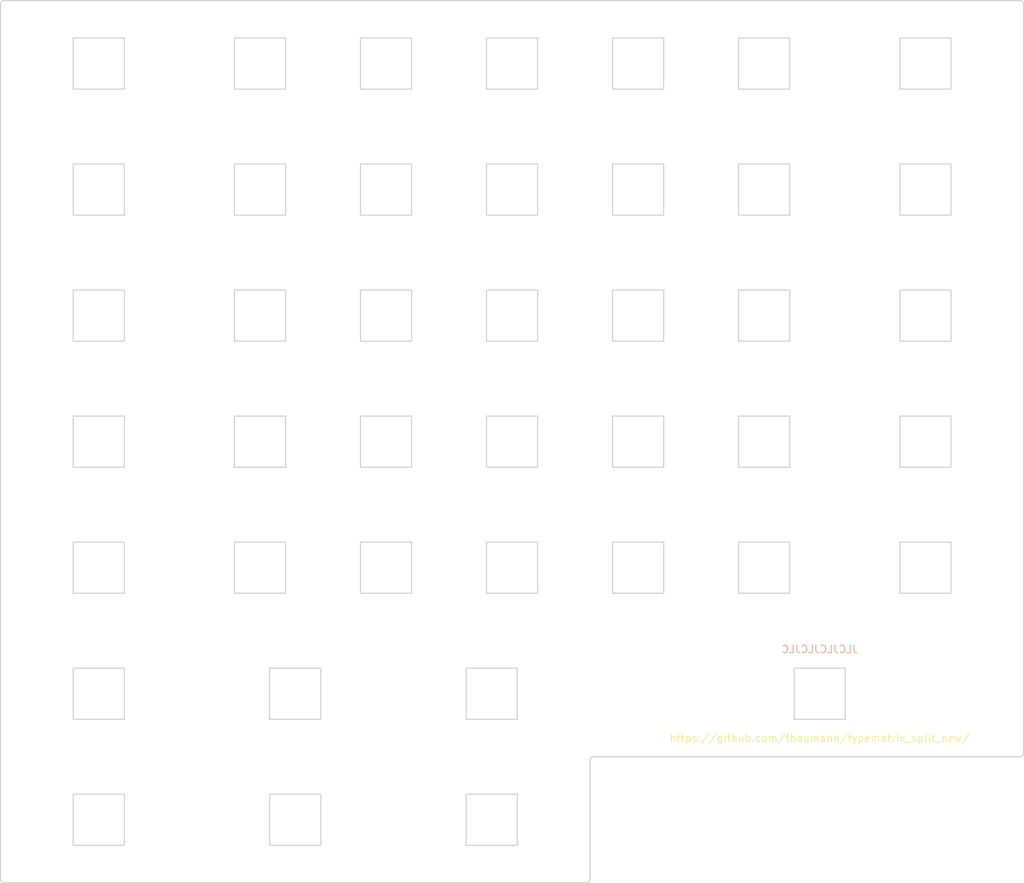
<source format=kicad_pcb>


(kicad_pcb
  (version 20240108)
  (generator "ergogen")
  (generator_version "4.1.0")
  (general
    (thickness 1.6)
    (legacy_teardrops no)
  )
  (paper "A3")
  (title_block
    (title "plate_left")
    (date "2024-10-01")
    (rev "v0.2")
    (company "Tilman Baumann")
  )

  (layers
    (0 "F.Cu" signal)
    (31 "B.Cu" signal)
    (32 "B.Adhes" user "B.Adhesive")
    (33 "F.Adhes" user "F.Adhesive")
    (34 "B.Paste" user)
    (35 "F.Paste" user)
    (36 "B.SilkS" user "B.Silkscreen")
    (37 "F.SilkS" user "F.Silkscreen")
    (38 "B.Mask" user)
    (39 "F.Mask" user)
    (40 "Dwgs.User" user "User.Drawings")
    (41 "Cmts.User" user "User.Comments")
    (42 "Eco1.User" user "User.Eco1")
    (43 "Eco2.User" user "User.Eco2")
    (44 "Edge.Cuts" user)
    (45 "Margin" user)
    (46 "B.CrtYd" user "B.Courtyard")
    (47 "F.CrtYd" user "F.Courtyard")
    (48 "B.Fab" user)
    (49 "F.Fab" user)
  )

  (setup
    (pad_to_mask_clearance 0.05)
    (allow_soldermask_bridges_in_footprints no)
    (pcbplotparams
      (layerselection 0x00010fc_ffffffff)
      (plot_on_all_layers_selection 0x0000000_00000000)
      (disableapertmacros no)
      (usegerberextensions no)
      (usegerberattributes yes)
      (usegerberadvancedattributes yes)
      (creategerberjobfile yes)
      (dashed_line_dash_ratio 12.000000)
      (dashed_line_gap_ratio 3.000000)
      (svgprecision 4)
      (plotframeref no)
      (viasonmask no)
      (mode 1)
      (useauxorigin no)
      (hpglpennumber 1)
      (hpglpenspeed 20)
      (hpglpendiameter 15.000000)
      (pdf_front_fp_property_popups yes)
      (pdf_back_fp_property_popups yes)
      (dxfpolygonmode yes)
      (dxfimperialunits yes)
      (dxfusepcbnewfont yes)
      (psnegative no)
      (psa4output no)
      (plotreference yes)
      (plotvalue yes)
      (plotfptext yes)
      (plotinvisibletext no)
      (sketchpadsonfab no)
      (subtractmaskfromsilk no)
      (outputformat 1)
      (mirror no)
      (drillshape 1)
      (scaleselection 1)
      (outputdirectory "")
    )
  )

  (net 0 "")

  
  (gr_text "https://github.com/tbaumann/typematrix_split_new/"
    (at 132.25 123 0)
    (layer "F.SilkS" )
    (effects
      (font 
        (size 1 1)
        (thickness 0.15)
        
        
      )
      
    )
  )
      

  (gr_text "JLCJLCJLCJLC"
    (at 132.25 111 0)
    (layer "B.SilkS" )
    (effects
      (font 
        (size 1 1)
        (thickness 0.15)
        
        
      )
      (justify  mirror)
    )
  )
      
  (gr_line (start 21.75 142) (end 21.75 24) (layer Edge.Cuts) (stroke (width 0.15) (type default)))
(gr_line (start 22.25 23.5) (end 159.25 23.5) (layer Edge.Cuts) (stroke (width 0.15) (type default)))
(gr_line (start 159.75 24) (end 159.75 125) (layer Edge.Cuts) (stroke (width 0.15) (type default)))
(gr_line (start 159.25 125.5) (end 101.75 125.5) (layer Edge.Cuts) (stroke (width 0.15) (type default)))
(gr_line (start 101.25 126) (end 101.25 142) (layer Edge.Cuts) (stroke (width 0.15) (type default)))
(gr_line (start 100.75 142.5) (end 22.25 142.5) (layer Edge.Cuts) (stroke (width 0.15) (type default)))
(gr_arc (start 22.25 23.5) (mid 21.8964466 23.6464466) (end 21.75 24) (layer Edge.Cuts) (stroke (width 0.15) (type default)))
(gr_arc (start 159.75 24) (mid 159.6035534 23.6464466) (end 159.25 23.5) (layer Edge.Cuts) (stroke (width 0.15) (type default)))
(gr_arc (start 159.25 125.5) (mid 159.6035534 125.3535534) (end 159.75 125) (layer Edge.Cuts) (stroke (width 0.15) (type default)))
(gr_arc (start 101.75 125.5) (mid 101.3964466 125.6464466) (end 101.25 126) (layer Edge.Cuts) (stroke (width 0.15) (type default)))
(gr_arc (start 100.75 142.5) (mid 101.1035534 142.3535534) (end 101.25 142) (layer Edge.Cuts) (stroke (width 0.15) (type default)))
(gr_arc (start 21.75 142) (mid 21.8964466 142.3535534) (end 22.25 142.5) (layer Edge.Cuts) (stroke (width 0.15) (type default)))
(gr_line (start 31.55 103.45) (end 38.45 103.45) (layer Edge.Cuts) (stroke (width 0.15) (type default)))
(gr_line (start 38.45 103.45) (end 38.45 96.55) (layer Edge.Cuts) (stroke (width 0.15) (type default)))
(gr_line (start 38.45 96.55) (end 31.55 96.55) (layer Edge.Cuts) (stroke (width 0.15) (type default)))
(gr_line (start 31.55 96.55) (end 31.55 103.45) (layer Edge.Cuts) (stroke (width 0.15) (type default)))
(gr_line (start 31.55 86.45) (end 38.45 86.45) (layer Edge.Cuts) (stroke (width 0.15) (type default)))
(gr_line (start 38.45 86.45) (end 38.45 79.55) (layer Edge.Cuts) (stroke (width 0.15) (type default)))
(gr_line (start 38.45 79.55) (end 31.55 79.55) (layer Edge.Cuts) (stroke (width 0.15) (type default)))
(gr_line (start 31.55 79.55) (end 31.55 86.45) (layer Edge.Cuts) (stroke (width 0.15) (type default)))
(gr_line (start 31.55 69.45) (end 38.45 69.45) (layer Edge.Cuts) (stroke (width 0.15) (type default)))
(gr_line (start 38.45 69.45) (end 38.45 62.550000000000004) (layer Edge.Cuts) (stroke (width 0.15) (type default)))
(gr_line (start 38.45 62.550000000000004) (end 31.55 62.550000000000004) (layer Edge.Cuts) (stroke (width 0.15) (type default)))
(gr_line (start 31.55 62.550000000000004) (end 31.55 69.45) (layer Edge.Cuts) (stroke (width 0.15) (type default)))
(gr_line (start 31.55 52.45) (end 38.45 52.45) (layer Edge.Cuts) (stroke (width 0.15) (type default)))
(gr_line (start 38.45 52.45) (end 38.45 45.550000000000004) (layer Edge.Cuts) (stroke (width 0.15) (type default)))
(gr_line (start 38.45 45.550000000000004) (end 31.55 45.550000000000004) (layer Edge.Cuts) (stroke (width 0.15) (type default)))
(gr_line (start 31.55 45.550000000000004) (end 31.55 52.45) (layer Edge.Cuts) (stroke (width 0.15) (type default)))
(gr_line (start 31.55 35.45) (end 38.45 35.45) (layer Edge.Cuts) (stroke (width 0.15) (type default)))
(gr_line (start 38.45 35.45) (end 38.45 28.550000000000004) (layer Edge.Cuts) (stroke (width 0.15) (type default)))
(gr_line (start 38.45 28.550000000000004) (end 31.55 28.550000000000004) (layer Edge.Cuts) (stroke (width 0.15) (type default)))
(gr_line (start 31.55 28.550000000000004) (end 31.55 35.45) (layer Edge.Cuts) (stroke (width 0.15) (type default)))
(gr_line (start 53.3 103.45) (end 60.199999999999996 103.45) (layer Edge.Cuts) (stroke (width 0.15) (type default)))
(gr_line (start 60.199999999999996 103.45) (end 60.199999999999996 96.55) (layer Edge.Cuts) (stroke (width 0.15) (type default)))
(gr_line (start 60.199999999999996 96.55) (end 53.3 96.55) (layer Edge.Cuts) (stroke (width 0.15) (type default)))
(gr_line (start 53.3 96.55) (end 53.3 103.45) (layer Edge.Cuts) (stroke (width 0.15) (type default)))
(gr_line (start 53.3 86.45) (end 60.199999999999996 86.45) (layer Edge.Cuts) (stroke (width 0.15) (type default)))
(gr_line (start 60.199999999999996 86.45) (end 60.199999999999996 79.55) (layer Edge.Cuts) (stroke (width 0.15) (type default)))
(gr_line (start 60.199999999999996 79.55) (end 53.3 79.55) (layer Edge.Cuts) (stroke (width 0.15) (type default)))
(gr_line (start 53.3 79.55) (end 53.3 86.45) (layer Edge.Cuts) (stroke (width 0.15) (type default)))
(gr_line (start 53.3 69.45) (end 60.199999999999996 69.45) (layer Edge.Cuts) (stroke (width 0.15) (type default)))
(gr_line (start 60.199999999999996 69.45) (end 60.199999999999996 62.550000000000004) (layer Edge.Cuts) (stroke (width 0.15) (type default)))
(gr_line (start 60.199999999999996 62.550000000000004) (end 53.3 62.550000000000004) (layer Edge.Cuts) (stroke (width 0.15) (type default)))
(gr_line (start 53.3 62.550000000000004) (end 53.3 69.45) (layer Edge.Cuts) (stroke (width 0.15) (type default)))
(gr_line (start 53.3 52.45) (end 60.199999999999996 52.45) (layer Edge.Cuts) (stroke (width 0.15) (type default)))
(gr_line (start 60.199999999999996 52.45) (end 60.199999999999996 45.550000000000004) (layer Edge.Cuts) (stroke (width 0.15) (type default)))
(gr_line (start 60.199999999999996 45.550000000000004) (end 53.3 45.550000000000004) (layer Edge.Cuts) (stroke (width 0.15) (type default)))
(gr_line (start 53.3 45.550000000000004) (end 53.3 52.45) (layer Edge.Cuts) (stroke (width 0.15) (type default)))
(gr_line (start 53.3 35.45) (end 60.199999999999996 35.45) (layer Edge.Cuts) (stroke (width 0.15) (type default)))
(gr_line (start 60.199999999999996 35.45) (end 60.199999999999996 28.550000000000004) (layer Edge.Cuts) (stroke (width 0.15) (type default)))
(gr_line (start 60.199999999999996 28.550000000000004) (end 53.3 28.550000000000004) (layer Edge.Cuts) (stroke (width 0.15) (type default)))
(gr_line (start 53.3 28.550000000000004) (end 53.3 35.45) (layer Edge.Cuts) (stroke (width 0.15) (type default)))
(gr_line (start 70.3 103.45) (end 77.2 103.45) (layer Edge.Cuts) (stroke (width 0.15) (type default)))
(gr_line (start 77.2 103.45) (end 77.2 96.55) (layer Edge.Cuts) (stroke (width 0.15) (type default)))
(gr_line (start 77.2 96.55) (end 70.3 96.55) (layer Edge.Cuts) (stroke (width 0.15) (type default)))
(gr_line (start 70.3 96.55) (end 70.3 103.45) (layer Edge.Cuts) (stroke (width 0.15) (type default)))
(gr_line (start 70.3 86.45) (end 77.2 86.45) (layer Edge.Cuts) (stroke (width 0.15) (type default)))
(gr_line (start 77.2 86.45) (end 77.2 79.55) (layer Edge.Cuts) (stroke (width 0.15) (type default)))
(gr_line (start 77.2 79.55) (end 70.3 79.55) (layer Edge.Cuts) (stroke (width 0.15) (type default)))
(gr_line (start 70.3 79.55) (end 70.3 86.45) (layer Edge.Cuts) (stroke (width 0.15) (type default)))
(gr_line (start 70.3 69.45) (end 77.2 69.45) (layer Edge.Cuts) (stroke (width 0.15) (type default)))
(gr_line (start 77.2 69.45) (end 77.2 62.550000000000004) (layer Edge.Cuts) (stroke (width 0.15) (type default)))
(gr_line (start 77.2 62.550000000000004) (end 70.3 62.550000000000004) (layer Edge.Cuts) (stroke (width 0.15) (type default)))
(gr_line (start 70.3 62.550000000000004) (end 70.3 69.45) (layer Edge.Cuts) (stroke (width 0.15) (type default)))
(gr_line (start 70.3 52.45) (end 77.2 52.45) (layer Edge.Cuts) (stroke (width 0.15) (type default)))
(gr_line (start 77.2 52.45) (end 77.2 45.550000000000004) (layer Edge.Cuts) (stroke (width 0.15) (type default)))
(gr_line (start 77.2 45.550000000000004) (end 70.3 45.550000000000004) (layer Edge.Cuts) (stroke (width 0.15) (type default)))
(gr_line (start 70.3 45.550000000000004) (end 70.3 52.45) (layer Edge.Cuts) (stroke (width 0.15) (type default)))
(gr_line (start 70.3 35.45) (end 77.2 35.45) (layer Edge.Cuts) (stroke (width 0.15) (type default)))
(gr_line (start 77.2 35.45) (end 77.2 28.550000000000004) (layer Edge.Cuts) (stroke (width 0.15) (type default)))
(gr_line (start 77.2 28.550000000000004) (end 70.3 28.550000000000004) (layer Edge.Cuts) (stroke (width 0.15) (type default)))
(gr_line (start 70.3 28.550000000000004) (end 70.3 35.45) (layer Edge.Cuts) (stroke (width 0.15) (type default)))
(gr_line (start 87.3 103.45) (end 94.2 103.45) (layer Edge.Cuts) (stroke (width 0.15) (type default)))
(gr_line (start 94.2 103.45) (end 94.2 96.55) (layer Edge.Cuts) (stroke (width 0.15) (type default)))
(gr_line (start 94.2 96.55) (end 87.3 96.55) (layer Edge.Cuts) (stroke (width 0.15) (type default)))
(gr_line (start 87.3 96.55) (end 87.3 103.45) (layer Edge.Cuts) (stroke (width 0.15) (type default)))
(gr_line (start 87.3 86.45) (end 94.2 86.45) (layer Edge.Cuts) (stroke (width 0.15) (type default)))
(gr_line (start 94.2 86.45) (end 94.2 79.55) (layer Edge.Cuts) (stroke (width 0.15) (type default)))
(gr_line (start 94.2 79.55) (end 87.3 79.55) (layer Edge.Cuts) (stroke (width 0.15) (type default)))
(gr_line (start 87.3 79.55) (end 87.3 86.45) (layer Edge.Cuts) (stroke (width 0.15) (type default)))
(gr_line (start 87.3 69.45) (end 94.2 69.45) (layer Edge.Cuts) (stroke (width 0.15) (type default)))
(gr_line (start 94.2 69.45) (end 94.2 62.550000000000004) (layer Edge.Cuts) (stroke (width 0.15) (type default)))
(gr_line (start 94.2 62.550000000000004) (end 87.3 62.550000000000004) (layer Edge.Cuts) (stroke (width 0.15) (type default)))
(gr_line (start 87.3 62.550000000000004) (end 87.3 69.45) (layer Edge.Cuts) (stroke (width 0.15) (type default)))
(gr_line (start 87.3 52.45) (end 94.2 52.45) (layer Edge.Cuts) (stroke (width 0.15) (type default)))
(gr_line (start 94.2 52.45) (end 94.2 45.550000000000004) (layer Edge.Cuts) (stroke (width 0.15) (type default)))
(gr_line (start 94.2 45.550000000000004) (end 87.3 45.550000000000004) (layer Edge.Cuts) (stroke (width 0.15) (type default)))
(gr_line (start 87.3 45.550000000000004) (end 87.3 52.45) (layer Edge.Cuts) (stroke (width 0.15) (type default)))
(gr_line (start 87.3 35.45) (end 94.2 35.45) (layer Edge.Cuts) (stroke (width 0.15) (type default)))
(gr_line (start 94.2 35.45) (end 94.2 28.550000000000004) (layer Edge.Cuts) (stroke (width 0.15) (type default)))
(gr_line (start 94.2 28.550000000000004) (end 87.3 28.550000000000004) (layer Edge.Cuts) (stroke (width 0.15) (type default)))
(gr_line (start 87.3 28.550000000000004) (end 87.3 35.45) (layer Edge.Cuts) (stroke (width 0.15) (type default)))
(gr_line (start 104.3 103.45) (end 111.2 103.45) (layer Edge.Cuts) (stroke (width 0.15) (type default)))
(gr_line (start 111.2 103.45) (end 111.2 96.55) (layer Edge.Cuts) (stroke (width 0.15) (type default)))
(gr_line (start 111.2 96.55) (end 104.3 96.55) (layer Edge.Cuts) (stroke (width 0.15) (type default)))
(gr_line (start 104.3 96.55) (end 104.3 103.45) (layer Edge.Cuts) (stroke (width 0.15) (type default)))
(gr_line (start 104.3 86.45) (end 111.2 86.45) (layer Edge.Cuts) (stroke (width 0.15) (type default)))
(gr_line (start 111.2 86.45) (end 111.2 79.55) (layer Edge.Cuts) (stroke (width 0.15) (type default)))
(gr_line (start 111.2 79.55) (end 104.3 79.55) (layer Edge.Cuts) (stroke (width 0.15) (type default)))
(gr_line (start 104.3 79.55) (end 104.3 86.45) (layer Edge.Cuts) (stroke (width 0.15) (type default)))
(gr_line (start 104.3 69.45) (end 111.2 69.45) (layer Edge.Cuts) (stroke (width 0.15) (type default)))
(gr_line (start 111.2 69.45) (end 111.2 62.550000000000004) (layer Edge.Cuts) (stroke (width 0.15) (type default)))
(gr_line (start 111.2 62.550000000000004) (end 104.3 62.550000000000004) (layer Edge.Cuts) (stroke (width 0.15) (type default)))
(gr_line (start 104.3 62.550000000000004) (end 104.3 69.45) (layer Edge.Cuts) (stroke (width 0.15) (type default)))
(gr_line (start 104.3 52.45) (end 111.2 52.45) (layer Edge.Cuts) (stroke (width 0.15) (type default)))
(gr_line (start 111.2 52.45) (end 111.2 45.550000000000004) (layer Edge.Cuts) (stroke (width 0.15) (type default)))
(gr_line (start 111.2 45.550000000000004) (end 104.3 45.550000000000004) (layer Edge.Cuts) (stroke (width 0.15) (type default)))
(gr_line (start 104.3 45.550000000000004) (end 104.3 52.45) (layer Edge.Cuts) (stroke (width 0.15) (type default)))
(gr_line (start 104.3 35.45) (end 111.2 35.45) (layer Edge.Cuts) (stroke (width 0.15) (type default)))
(gr_line (start 111.2 35.45) (end 111.2 28.550000000000004) (layer Edge.Cuts) (stroke (width 0.15) (type default)))
(gr_line (start 111.2 28.550000000000004) (end 104.3 28.550000000000004) (layer Edge.Cuts) (stroke (width 0.15) (type default)))
(gr_line (start 104.3 28.550000000000004) (end 104.3 35.45) (layer Edge.Cuts) (stroke (width 0.15) (type default)))
(gr_line (start 121.3 103.45) (end 128.2 103.45) (layer Edge.Cuts) (stroke (width 0.15) (type default)))
(gr_line (start 128.2 103.45) (end 128.2 96.55) (layer Edge.Cuts) (stroke (width 0.15) (type default)))
(gr_line (start 128.2 96.55) (end 121.3 96.55) (layer Edge.Cuts) (stroke (width 0.15) (type default)))
(gr_line (start 121.3 96.55) (end 121.3 103.45) (layer Edge.Cuts) (stroke (width 0.15) (type default)))
(gr_line (start 121.3 86.45) (end 128.2 86.45) (layer Edge.Cuts) (stroke (width 0.15) (type default)))
(gr_line (start 128.2 86.45) (end 128.2 79.55) (layer Edge.Cuts) (stroke (width 0.15) (type default)))
(gr_line (start 128.2 79.55) (end 121.3 79.55) (layer Edge.Cuts) (stroke (width 0.15) (type default)))
(gr_line (start 121.3 79.55) (end 121.3 86.45) (layer Edge.Cuts) (stroke (width 0.15) (type default)))
(gr_line (start 121.3 69.45) (end 128.2 69.45) (layer Edge.Cuts) (stroke (width 0.15) (type default)))
(gr_line (start 128.2 69.45) (end 128.2 62.550000000000004) (layer Edge.Cuts) (stroke (width 0.15) (type default)))
(gr_line (start 128.2 62.550000000000004) (end 121.3 62.550000000000004) (layer Edge.Cuts) (stroke (width 0.15) (type default)))
(gr_line (start 121.3 62.550000000000004) (end 121.3 69.45) (layer Edge.Cuts) (stroke (width 0.15) (type default)))
(gr_line (start 121.3 52.45) (end 128.2 52.45) (layer Edge.Cuts) (stroke (width 0.15) (type default)))
(gr_line (start 128.2 52.45) (end 128.2 45.550000000000004) (layer Edge.Cuts) (stroke (width 0.15) (type default)))
(gr_line (start 128.2 45.550000000000004) (end 121.3 45.550000000000004) (layer Edge.Cuts) (stroke (width 0.15) (type default)))
(gr_line (start 121.3 45.550000000000004) (end 121.3 52.45) (layer Edge.Cuts) (stroke (width 0.15) (type default)))
(gr_line (start 121.3 35.45) (end 128.2 35.45) (layer Edge.Cuts) (stroke (width 0.15) (type default)))
(gr_line (start 128.2 35.45) (end 128.2 28.550000000000004) (layer Edge.Cuts) (stroke (width 0.15) (type default)))
(gr_line (start 128.2 28.550000000000004) (end 121.3 28.550000000000004) (layer Edge.Cuts) (stroke (width 0.15) (type default)))
(gr_line (start 121.3 28.550000000000004) (end 121.3 35.45) (layer Edge.Cuts) (stroke (width 0.15) (type default)))
(gr_line (start 143.05 103.45) (end 149.95000000000002 103.45) (layer Edge.Cuts) (stroke (width 0.15) (type default)))
(gr_line (start 149.95000000000002 103.45) (end 149.95000000000002 96.55) (layer Edge.Cuts) (stroke (width 0.15) (type default)))
(gr_line (start 149.95000000000002 96.55) (end 143.05 96.55) (layer Edge.Cuts) (stroke (width 0.15) (type default)))
(gr_line (start 143.05 96.55) (end 143.05 103.45) (layer Edge.Cuts) (stroke (width 0.15) (type default)))
(gr_line (start 143.05 86.45) (end 149.95000000000002 86.45) (layer Edge.Cuts) (stroke (width 0.15) (type default)))
(gr_line (start 149.95000000000002 86.45) (end 149.95000000000002 79.55) (layer Edge.Cuts) (stroke (width 0.15) (type default)))
(gr_line (start 149.95000000000002 79.55) (end 143.05 79.55) (layer Edge.Cuts) (stroke (width 0.15) (type default)))
(gr_line (start 143.05 79.55) (end 143.05 86.45) (layer Edge.Cuts) (stroke (width 0.15) (type default)))
(gr_line (start 143.05 69.45) (end 149.95000000000002 69.45) (layer Edge.Cuts) (stroke (width 0.15) (type default)))
(gr_line (start 149.95000000000002 69.45) (end 149.95000000000002 62.550000000000004) (layer Edge.Cuts) (stroke (width 0.15) (type default)))
(gr_line (start 149.95000000000002 62.550000000000004) (end 143.05 62.550000000000004) (layer Edge.Cuts) (stroke (width 0.15) (type default)))
(gr_line (start 143.05 62.550000000000004) (end 143.05 69.45) (layer Edge.Cuts) (stroke (width 0.15) (type default)))
(gr_line (start 143.05 52.45) (end 149.95000000000002 52.45) (layer Edge.Cuts) (stroke (width 0.15) (type default)))
(gr_line (start 149.95000000000002 52.45) (end 149.95000000000002 45.550000000000004) (layer Edge.Cuts) (stroke (width 0.15) (type default)))
(gr_line (start 149.95000000000002 45.550000000000004) (end 143.05 45.550000000000004) (layer Edge.Cuts) (stroke (width 0.15) (type default)))
(gr_line (start 143.05 45.550000000000004) (end 143.05 52.45) (layer Edge.Cuts) (stroke (width 0.15) (type default)))
(gr_line (start 143.05 35.45) (end 149.95000000000002 35.45) (layer Edge.Cuts) (stroke (width 0.15) (type default)))
(gr_line (start 149.95000000000002 35.45) (end 149.95000000000002 28.550000000000004) (layer Edge.Cuts) (stroke (width 0.15) (type default)))
(gr_line (start 149.95000000000002 28.550000000000004) (end 143.05 28.550000000000004) (layer Edge.Cuts) (stroke (width 0.15) (type default)))
(gr_line (start 143.05 28.550000000000004) (end 143.05 35.45) (layer Edge.Cuts) (stroke (width 0.15) (type default)))
(gr_line (start 31.55 137.45) (end 38.45 137.45) (layer Edge.Cuts) (stroke (width 0.15) (type default)))
(gr_line (start 38.45 137.45) (end 38.45 130.54999999999998) (layer Edge.Cuts) (stroke (width 0.15) (type default)))
(gr_line (start 38.45 130.54999999999998) (end 31.55 130.54999999999998) (layer Edge.Cuts) (stroke (width 0.15) (type default)))
(gr_line (start 31.55 130.54999999999998) (end 31.55 137.45) (layer Edge.Cuts) (stroke (width 0.15) (type default)))
(gr_line (start 31.55 120.45) (end 38.45 120.45) (layer Edge.Cuts) (stroke (width 0.15) (type default)))
(gr_line (start 38.45 120.45) (end 38.45 113.55) (layer Edge.Cuts) (stroke (width 0.15) (type default)))
(gr_line (start 38.45 113.55) (end 31.55 113.55) (layer Edge.Cuts) (stroke (width 0.15) (type default)))
(gr_line (start 31.55 113.55) (end 31.55 120.45) (layer Edge.Cuts) (stroke (width 0.15) (type default)))
(gr_line (start 58.05 137.45) (end 64.95 137.45) (layer Edge.Cuts) (stroke (width 0.15) (type default)))
(gr_line (start 64.95 137.45) (end 64.95 130.54999999999998) (layer Edge.Cuts) (stroke (width 0.15) (type default)))
(gr_line (start 64.95 130.54999999999998) (end 58.05 130.54999999999998) (layer Edge.Cuts) (stroke (width 0.15) (type default)))
(gr_line (start 58.05 130.54999999999998) (end 58.05 137.45) (layer Edge.Cuts) (stroke (width 0.15) (type default)))
(gr_line (start 58.05 120.45) (end 64.95 120.45) (layer Edge.Cuts) (stroke (width 0.15) (type default)))
(gr_line (start 64.95 120.45) (end 64.95 113.55) (layer Edge.Cuts) (stroke (width 0.15) (type default)))
(gr_line (start 64.95 113.55) (end 58.05 113.55) (layer Edge.Cuts) (stroke (width 0.15) (type default)))
(gr_line (start 58.05 113.55) (end 58.05 120.45) (layer Edge.Cuts) (stroke (width 0.15) (type default)))
(gr_line (start 84.55 137.45) (end 91.45 137.45) (layer Edge.Cuts) (stroke (width 0.15) (type default)))
(gr_line (start 91.45 137.45) (end 91.45 130.54999999999998) (layer Edge.Cuts) (stroke (width 0.15) (type default)))
(gr_line (start 91.45 130.54999999999998) (end 84.55 130.54999999999998) (layer Edge.Cuts) (stroke (width 0.15) (type default)))
(gr_line (start 84.55 130.54999999999998) (end 84.55 137.45) (layer Edge.Cuts) (stroke (width 0.15) (type default)))
(gr_line (start 84.55 120.45) (end 91.45 120.45) (layer Edge.Cuts) (stroke (width 0.15) (type default)))
(gr_line (start 91.45 120.45) (end 91.45 113.55) (layer Edge.Cuts) (stroke (width 0.15) (type default)))
(gr_line (start 91.45 113.55) (end 84.55 113.55) (layer Edge.Cuts) (stroke (width 0.15) (type default)))
(gr_line (start 84.55 113.55) (end 84.55 120.45) (layer Edge.Cuts) (stroke (width 0.15) (type default)))
(gr_line (start 128.8 120.45) (end 135.70000000000002 120.45) (layer Edge.Cuts) (stroke (width 0.15) (type default)))
(gr_line (start 135.70000000000002 120.45) (end 135.70000000000002 113.55) (layer Edge.Cuts) (stroke (width 0.15) (type default)))
(gr_line (start 135.70000000000002 113.55) (end 128.8 113.55) (layer Edge.Cuts) (stroke (width 0.15) (type default)))
(gr_line (start 128.8 113.55) (end 128.8 120.45) (layer Edge.Cuts) (stroke (width 0.15) (type default)))

)


</source>
